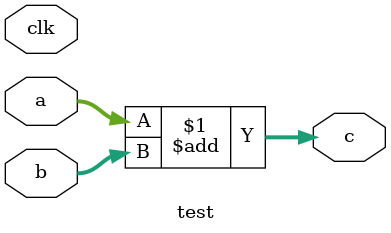
<source format=v>
module test(
        input clk,
        // output reg vld,
        input [3:0] a,
        input [3:0] b,
        output [4:0]c
);
       assign  c = a + b;
//        always @(posedge clk) begin
//               vld <= 1; 
//        end
endmodule

</source>
